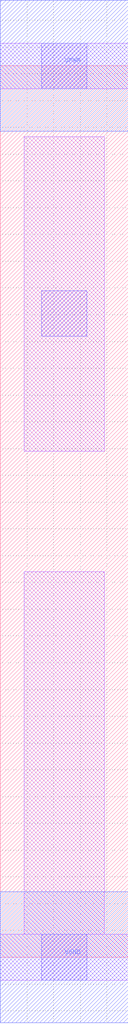
<source format=lef>
# Copyright 2020 The SkyWater PDK Authors
#
# Licensed under the Apache License, Version 2.0 (the "License");
# you may not use this file except in compliance with the License.
# You may obtain a copy of the License at
#
#     https://www.apache.org/licenses/LICENSE-2.0
#
# Unless required by applicable law or agreed to in writing, software
# distributed under the License is distributed on an "AS IS" BASIS,
# WITHOUT WARRANTIES OR CONDITIONS OF ANY KIND, either express or implied.
# See the License for the specific language governing permissions and
# limitations under the License.
#
# SPDX-License-Identifier: Apache-2.0

VERSION 5.5 ;
NAMESCASESENSITIVE ON ;
BUSBITCHARS "[]" ;
DIVIDERCHAR "/" ;
MACRO sky130_fd_sc_ls__tapvgnd2_1
  CLASS CORE ;
  SOURCE USER ;
  ORIGIN  0.000000  0.000000 ;
  SIZE  0.480000 BY  3.330000 ;
  SYMMETRY X Y ;
  SITE unit ;
  PIN VGND
    DIRECTION INOUT ;
    SHAPE ABUTMENT ;
    USE GROUND ;
    PORT
      LAYER met1 ;
        RECT 0.000000 -0.245000 0.480000 0.245000 ;
    END
  END VGND
  PIN VPWR
    DIRECTION INOUT ;
    SHAPE ABUTMENT ;
    USE POWER ;
    PORT
      LAYER met1 ;
        RECT 0.000000 3.085000 0.480000 3.575000 ;
    END
  END VPWR
  OBS
    LAYER li1 ;
      RECT 0.000000 -0.085000 0.480000 0.085000 ;
      RECT 0.000000  3.245000 0.480000 3.415000 ;
      RECT 0.090000  0.085000 0.390000 1.440000 ;
      RECT 0.090000  1.890000 0.390000 3.065000 ;
    LAYER mcon ;
      RECT 0.155000 -0.085000 0.325000 0.085000 ;
      RECT 0.155000  2.320000 0.325000 2.490000 ;
      RECT 0.155000  3.245000 0.325000 3.415000 ;
  END
END sky130_fd_sc_ls__tapvgnd2_1

</source>
